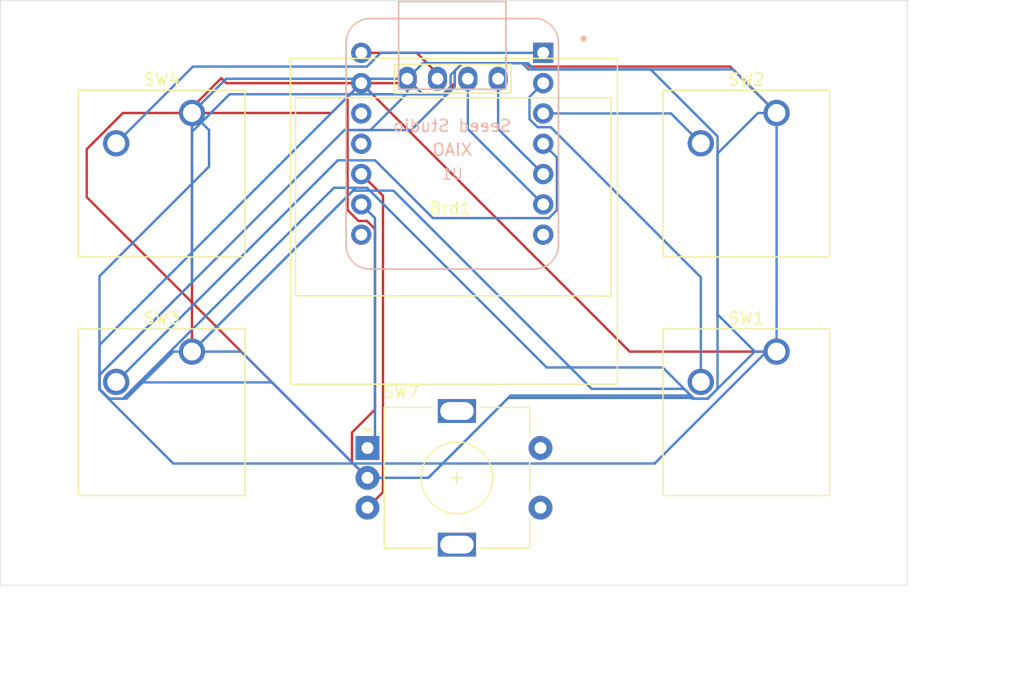
<source format=kicad_pcb>
(kicad_pcb (version 20240108) (generator "pcbnew") (generator_version "8.0")
  (layers (0 "F.Cu" signal) (31 "B.Cu" signal) (34 "B.Paste" user) (35 "F.Paste" user) (36 "B.SilkS" user "B.Silkscreen") (37 "F.SilkS" user "F.Silkscreen") (38 "B.Mask" user) (39 "F.Mask" user) (44 "Edge.Cuts" user))
  (net 0 "")
  (net 1 "SCL")
  (net 2 "SDA")
  (net 3 "GND")
  (net 4 "VCC")
  (net 5 "2")
  (net 6 "3")
  (net 7 "4")
  (net 8 "1")
  (net 9 "A")
  (net 10 "B")
  (footprint "SSD1306:128x64OLED" (layer "F.Cu") (at 75.7 43.15)
    (property "Reference" "Brd1" (at 0 0.254 0) (layer "F.SilkS"))
    (property "Value" "SSD1306")
    (fp_line (start -13.4 -12.3) (end 14 -12.3) (stroke (width 0.12)) (layer "F.SilkS"))
    (fp_line (start -13.4 15) (end -13.4 -12.3) (stroke (width 0.12)) (layer "F.SilkS"))
    (fp_line (start -12.978 -9.005) (end 10.122 -9.005) (stroke (width 0.12)) (layer "F.SilkS"))
    (fp_line (start -12.978 7.595) (end -12.978 -9.005) (stroke (width 0.12)) (layer "F.SilkS"))
    (fp_line (start -4.699 -11.811) (end -4.699 -9.398) (stroke (width 0.12)) (layer "F.SilkS"))
    (fp_line (start -4.699 -11.811) (end 5.08 -11.811) (stroke (width 0.12)) (layer "F.SilkS"))
    (fp_line (start 5.08 -11.811) (end 5.08 -9.398) (stroke (width 0.12)) (layer "F.SilkS"))
    (fp_line (start 5.08 -9.398) (end -4.699 -9.398) (stroke (width 0.12)) (layer "F.SilkS"))
    (fp_line (start 10.122 -9.005) (end 13.208 -9.005) (stroke (width 0.12)) (layer "F.SilkS"))
    (fp_line (start 10.122 7.595) (end -12.978 7.595) (stroke (width 0.12)) (layer "F.SilkS"))
    (fp_line (start 10.122 7.595) (end 13.462 7.62) (stroke (width 0.12)) (layer "F.SilkS"))
    (fp_line (start 13.462 -9.017) (end 13.208 -9.005) (stroke (width 0.12)) (layer "F.SilkS"))
    (fp_line (start 13.462 7.62) (end 13.462 -9.017) (stroke (width 0.12)) (layer "F.SilkS"))
    (fp_line (start 14 -12.3) (end 14 15) (stroke (width 0.12)) (layer "F.SilkS"))
    (fp_line (start 14 15) (end -13.4 15) (stroke (width 0.12)) (layer "F.SilkS"))
    (pad "1" thru_hole oval (at -3.62 -10.6 90) (size 2 1.6) (drill 1) (layers "*.Cu" "*.Mask") (net 3 "GND"))
    (pad "2" thru_hole oval (at -1.08 -10.6 90) (size 2 1.6) (drill 1) (layers "*.Cu" "*.Mask") (net 4 "VCC"))
    (pad "3" thru_hole oval (at 1.46 -10.6 90) (size 2 1.6) (drill 1) (layers "*.Cu" "*.Mask") (net 1 "SCL"))
    (pad "4" thru_hole oval (at 4 -10.6 90) (size 2 1.6) (drill 1) (layers "*.Cu" "*.Mask") (net 2 "SDA"))
  )
  (footprint "Button_Switch_Keyboard:SW_Cherry_MX_1.00u_PCB" (layer "F.Cu") (at 54.04 35.42)
    (property "Reference" "SW4" (at -2.54 -2.794 0) (layer "F.SilkS"))
    (property "Value" "SW_Push")
    (fp_line (start -9.525 -1.905) (end 4.445 -1.905) (stroke (width 0.12)) (layer "F.SilkS"))
    (fp_line (start -9.525 12.065) (end -9.525 -1.905) (stroke (width 0.12)) (layer "F.SilkS"))
    (fp_line (start 4.445 -1.905) (end 4.445 12.065) (stroke (width 0.12)) (layer "F.SilkS"))
    (fp_line (start 4.445 12.065) (end -9.525 12.065) (stroke (width 0.12)) (layer "F.SilkS"))
    (pad "" np_thru_hole circle (at -7.62 5.08) (size 1.7 1.7) (drill 1.7) (layers "*.Cu" "*.Mask"))
    (pad "" np_thru_hole circle (at -2.54 5.08) (size 4 4) (drill 4) (layers "*.Cu" "*.Mask"))
    (pad "" np_thru_hole circle (at 2.54 5.08) (size 1.7 1.7) (drill 1.7) (layers "*.Cu" "*.Mask"))
    (pad "1" thru_hole circle (at 0 0) (size 2.2 2.2) (drill 1.5) (layers "*.Cu" "*.Mask") (net 3 "GND"))
    (pad "2" thru_hole circle (at -6.35 2.54) (size 2.2 2.2) (drill 1.5) (layers "*.Cu" "*.Mask") (net 8 "1"))
  )
  (footprint "Rotary_Encoder:RotaryEncoder_Alps_EC11E-Switch_Vertical_H20mm" (layer "F.Cu") (at 68.75 63.5)
    (property "Reference" "SW7" (at 2.8 -4.7 0) (layer "F.SilkS"))
    (property "Value" "RotaryEncoder")
    (fp_line (start -0.3 -1.6) (end 0.3 -1.6) (stroke (width 0.12)) (layer "F.SilkS"))
    (fp_line (start 0 -1.3) (end -0.3 -1.6) (stroke (width 0.12)) (layer "F.SilkS"))
    (fp_line (start 0.3 -1.6) (end 0 -1.3) (stroke (width 0.12)) (layer "F.SilkS"))
    (fp_line (start 1.4 -3.4) (end 1.4 8.4) (stroke (width 0.12)) (layer "F.SilkS"))
    (fp_line (start 5.5 -3.4) (end 1.4 -3.4) (stroke (width 0.12)) (layer "F.SilkS"))
    (fp_line (start 5.5 8.4) (end 1.4 8.4) (stroke (width 0.12)) (layer "F.SilkS"))
    (fp_line (start 7 2.5) (end 8 2.5) (stroke (width 0.12)) (layer "F.SilkS"))
    (fp_line (start 7.5 2) (end 7.5 3) (stroke (width 0.12)) (layer "F.SilkS"))
    (fp_line (start 9.5 -3.4) (end 13.6 -3.4) (stroke (width 0.12)) (layer "F.SilkS"))
    (fp_line (start 13.6 -3.4) (end 13.6 -1) (stroke (width 0.12)) (layer "F.SilkS"))
    (fp_line (start 13.6 1.2) (end 13.6 3.8) (stroke (width 0.12)) (layer "F.SilkS"))
    (fp_line (start 13.6 6) (end 13.6 8.4) (stroke (width 0.12)) (layer "F.SilkS"))
    (fp_line (start 13.6 8.4) (end 9.5 8.4) (stroke (width 0.12)) (layer "F.SilkS"))
    (fp_circle (center 7.5 2.5) (end 10.5 2.5) (stroke (width 0.12)) (fill none) (layer "F.SilkS"))
    (pad "A" thru_hole rect (at 0 0) (size 2 2) (drill 1) (layers "*.Cu" "*.Mask") (net 9 "A"))
    (pad "B" thru_hole circle (at 0 5) (size 2 2) (drill 1) (layers "*.Cu" "*.Mask") (net 10 "B"))
    (pad "C" thru_hole circle (at 0 2.5) (size 2 2) (drill 1) (layers "*.Cu" "*.Mask") (net 3 "GND"))
    (pad "MP" thru_hole rect (at 7.5 -3.1) (size 3.2 2) (drill oval 2.8 1.5) (layers "*.Cu" "*.Mask"))
    (pad "MP" thru_hole rect (at 7.5 8.1) (size 3.2 2) (drill oval 2.8 1.5) (layers "*.Cu" "*.Mask"))
    (pad "S1" thru_hole circle (at 14.5 5) (size 2 2) (drill 1) (layers "*.Cu" "*.Mask"))
    (pad "S2" thru_hole circle (at 14.5 0) (size 2 2) (drill 1) (layers "*.Cu" "*.Mask"))
  )
  (footprint "Button_Switch_Keyboard:SW_Cherry_MX_1.00u_PCB" (layer "F.Cu") (at 103.04 55.42)
    (property "Reference" "SW1" (at -2.54 -2.794 0) (layer "F.SilkS"))
    (property "Value" "SW_Push")
    (fp_line (start -9.525 -1.905) (end 4.445 -1.905) (stroke (width 0.12)) (layer "F.SilkS"))
    (fp_line (start -9.525 12.065) (end -9.525 -1.905) (stroke (width 0.12)) (layer "F.SilkS"))
    (fp_line (start 4.445 -1.905) (end 4.445 12.065) (stroke (width 0.12)) (layer "F.SilkS"))
    (fp_line (start 4.445 12.065) (end -9.525 12.065) (stroke (width 0.12)) (layer "F.SilkS"))
    (pad "" np_thru_hole circle (at -7.62 5.08) (size 1.7 1.7) (drill 1.7) (layers "*.Cu" "*.Mask"))
    (pad "" np_thru_hole circle (at -2.54 5.08) (size 4 4) (drill 4) (layers "*.Cu" "*.Mask"))
    (pad "" np_thru_hole circle (at 2.54 5.08) (size 1.7 1.7) (drill 1.7) (layers "*.Cu" "*.Mask"))
    (pad "1" thru_hole circle (at 0 0) (size 2.2 2.2) (drill 1.5) (layers "*.Cu" "*.Mask") (net 3 "GND"))
    (pad "2" thru_hole circle (at -6.35 2.54) (size 2.2 2.2) (drill 1.5) (layers "*.Cu" "*.Mask") (net 5 "2"))
  )
  (footprint "Button_Switch_Keyboard:SW_Cherry_MX_1.00u_PCB" (layer "F.Cu") (at 103.04 35.42)
    (property "Reference" "SW2" (at -2.54 -2.794 0) (layer "F.SilkS"))
    (property "Value" "SW_Push")
    (fp_line (start -9.525 -1.905) (end 4.445 -1.905) (stroke (width 0.12)) (layer "F.SilkS"))
    (fp_line (start -9.525 12.065) (end -9.525 -1.905) (stroke (width 0.12)) (layer "F.SilkS"))
    (fp_line (start 4.445 -1.905) (end 4.445 12.065) (stroke (width 0.12)) (layer "F.SilkS"))
    (fp_line (start 4.445 12.065) (end -9.525 12.065) (stroke (width 0.12)) (layer "F.SilkS"))
    (pad "" np_thru_hole circle (at -7.62 5.08) (size 1.7 1.7) (drill 1.7) (layers "*.Cu" "*.Mask"))
    (pad "" np_thru_hole circle (at -2.54 5.08) (size 4 4) (drill 4) (layers "*.Cu" "*.Mask"))
    (pad "" np_thru_hole circle (at 2.54 5.08) (size 1.7 1.7) (drill 1.7) (layers "*.Cu" "*.Mask"))
    (pad "1" thru_hole circle (at 0 0) (size 2.2 2.2) (drill 1.5) (layers "*.Cu" "*.Mask") (net 3 "GND"))
    (pad "2" thru_hole circle (at -6.35 2.54) (size 2.2 2.2) (drill 1.5) (layers "*.Cu" "*.Mask") (net 6 "3"))
  )
  (footprint "Button_Switch_Keyboard:SW_Cherry_MX_1.00u_PCB" (layer "F.Cu") (at 54.04 55.42)
    (property "Reference" "SW3" (at -2.54 -2.794 0) (layer "F.SilkS"))
    (property "Value" "SW_Push")
    (fp_line (start -9.525 -1.905) (end 4.445 -1.905) (stroke (width 0.12)) (layer "F.SilkS"))
    (fp_line (start -9.525 12.065) (end -9.525 -1.905) (stroke (width 0.12)) (layer "F.SilkS"))
    (fp_line (start 4.445 -1.905) (end 4.445 12.065) (stroke (width 0.12)) (layer "F.SilkS"))
    (fp_line (start 4.445 12.065) (end -9.525 12.065) (stroke (width 0.12)) (layer "F.SilkS"))
    (pad "" np_thru_hole circle (at -7.62 5.08) (size 1.7 1.7) (drill 1.7) (layers "*.Cu" "*.Mask"))
    (pad "" np_thru_hole circle (at -2.54 5.08) (size 4 4) (drill 4) (layers "*.Cu" "*.Mask"))
    (pad "" np_thru_hole circle (at 2.54 5.08) (size 1.7 1.7) (drill 1.7) (layers "*.Cu" "*.Mask"))
    (pad "1" thru_hole circle (at 0 0) (size 2.2 2.2) (drill 1.5) (layers "*.Cu" "*.Mask") (net 3 "GND"))
    (pad "2" thru_hole circle (at -6.35 2.54) (size 2.2 2.2) (drill 1.5) (layers "*.Cu" "*.Mask") (net 7 "4"))
  )
  (footprint "Seeed Studio XIAO Series Library:XIAO-Generic-Thruhole-14P-2.54-21X17.8MM" (layer "B.Cu") (at 75.85475 38 180)
    (property "Reference" "U1" (at 0 -2.54 0) (layer "B.SilkS") (effects (font (size 0.889 0.889) (thickness 0.1016)) (justify mirror)))
    (property "Value" "Seeed Studio XIAO SAMD21" (hide yes))
    (fp_line (start 8.9 8.5) (end 8.9 -8.5) (stroke (width 0.127)) (layer "B.SilkS"))
    (fp_line (start 6.9 -10.5) (end -6.9 -10.5) (stroke (width 0.127)) (layer "B.SilkS"))
    (fp_line (start 4.5 11.92403) (end -4.5 11.92403) (stroke (width 0.127)) (layer "B.SilkS"))
    (fp_line (start 4.5 4.57073) (end 4.5 11.92403) (stroke (width 0.127)) (layer "B.SilkS"))
    (fp_line (start -4.5 11.92403) (end -4.5 4.57073) (stroke (width 0.127)) (layer "B.SilkS"))
    (fp_line (start -4.5 4.57073) (end 4.5 4.57073) (stroke (width 0.127)) (layer "B.SilkS"))
    (fp_line (start -6.9 10.49909) (end 6.9 10.49909) (stroke (width 0.127)) (layer "B.SilkS"))
    (fp_line (start -8.9 -8.5) (end -8.9 8.5) (stroke (width 0.127)) (layer "B.SilkS"))
    (fp_arc (start 8.9 8.5) (mid 8.301492 9.901492) (end 6.9 10.5) (stroke (width 0.12)) (layer "B.SilkS"))
    (fp_arc (start 6.9 -10.5) (mid 8.314214 -9.914214) (end 8.9 -8.5) (stroke (width 0.12)) (layer "B.SilkS"))
    (fp_arc (start -6.9 10.5) (mid -8.301491 9.901491) (end -8.9 8.5) (stroke (width 0.12)) (layer "B.SilkS"))
    (fp_arc (start -8.9 -8.5) (mid -8.301423 -9.901423) (end -6.9 -10.5) (stroke (width 0.12)) (layer "B.SilkS"))
    (fp_circle (center -11 8.8) (end -11 9.054) (fill solid) (layer "B.SilkS"))
    (fp_poly (pts (xy -8.887715 8.561705) (xy -8.884667 8.610473) (xy -8.880603 8.659494)) (stroke (width 0.0254)) (fill none) (layer "B.SilkS"))
    (fp_poly (pts (xy 8.889492 -8.521574) (xy 8.887713 -8.57085) (xy 8.884665 -8.619618) (xy 8.880601 -8.668639) (xy 8.875268 -8.717407) (xy 8.868664 -8.766175) (xy 8.861044 -8.81469) (xy 8.852153 -8.86295) (xy 8.842248 -8.910955)) (stroke (width 0.0254)) (fill none) (layer "B.SilkS"))
    (fp_text user "XIAO" (at 0 -0.5 0) (layer "B.SilkS") (effects (justify mirror)))
    (fp_text user "Seeed Studio" (at 0 1.5 0) (layer "B.SilkS") (effects (justify mirror)))
    (pad "1" thru_hole rect (at -7.625 7.62 180) (size 1.7 1.7) (drill 1) (layers "*.Cu" "*.Mask") (net 8 "1"))
    (pad "2" thru_hole circle (at -7.625 5.08 180) (size 1.7 1.7) (drill 1) (layers "*.Cu" "*.Mask") (net 5 "2"))
    (pad "3" thru_hole circle (at -7.625 2.54 180) (size 1.7 1.7) (drill 1) (layers "*.Cu" "*.Mask") (net 6 "3"))
    (pad "4" thru_hole circle (at -7.625 0 180) (size 1.7 1.7) (drill 1) (layers "*.Cu" "*.Mask") (net 7 "4"))
    (pad "5" thru_hole circle (at -7.625 -2.54 180) (size 1.7 1.7) (drill 1) (layers "*.Cu" "*.Mask") (net 2 "SDA"))
    (pad "6" thru_hole circle (at -7.625 -5.08) (size 1.7 1.7) (drill 1) (layers "*.Cu" "*.Mask") (net 1 "SCL"))
    (pad "7" thru_hole circle (at -7.625 -7.62 180) (size 1.7 1.7) (drill 1) (layers "*.Cu" "*.Mask"))
    (pad "8" thru_hole circle (at 7.625 -7.62 180) (size 1.7 1.7) (drill 1) (layers "*.Cu" "*.Mask"))
    (pad "9" thru_hole circle (at 7.625 -5.08 180) (size 1.7 1.7) (drill 1) (layers "*.Cu" "*.Mask") (net 9 "A"))
    (pad "10" thru_hole circle (at 7.625 -2.54 180) (size 1.7 1.7) (drill 1) (layers "*.Cu" "*.Mask") (net 10 "B"))
    (pad "11" thru_hole circle (at 7.625 0 180) (size 1.7 1.7) (drill 1) (layers "*.Cu" "*.Mask"))
    (pad "12" thru_hole circle (at 7.625 2.54 180) (size 1.7 1.7) (drill 1) (layers "*.Cu" "*.Mask"))
    (pad "13" thru_hole circle (at 7.625 5.08 180) (size 1.7 1.7) (drill 1) (layers "*.Cu" "*.Mask") (net 3 "GND"))
    (pad "14" thru_hole circle (at 7.625 7.62 180) (size 1.7 1.7) (drill 1) (layers "*.Cu" "*.Mask") (net 4 "VCC"))
  )
  (gr_rect (start 38 26) (end 114 75) (stroke (width 0.05)) (fill none) (layer "Edge.Cuts"))
  (segment (start 83.47975 43.08) (end 77.16 36.76025) (width 0.2) (layer "B.Cu") (net 1))
  (segment (start 77.16 36.76025) (end 77.16 32.55) (width 0.2) (layer "B.Cu") (net 1))
  (segment (start 83.47975 40.54) (end 79.7 36.76025) (width 0.2) (layer "B.Cu") (net 2))
  (segment (start 79.7 36.76025) (end 79.7 32.55) (width 0.2) (layer "B.Cu") (net 2))
  (segment (start 45.22 42.47) (end 68.75 66) (width 0.2) (layer "F.Cu") (net 3))
  (segment (start 76.06 31.894365) (end 76.704365 31.25) (width 0.2) (layer "F.Cu") (net 3))
  (segment (start 67.07975 34.07) (end 67.07975 43.556346) (width 0.2) (layer "F.Cu") (net 3))
  (segment (start 76.704365 31.25) (end 82.04975 31.25) (width 0.2) (layer "F.Cu") (net 3))
  (segment (start 56.5 32.5) (end 54.04 34.96) (width 0.2) (layer "F.Cu") (net 3))
  (segment (start 68.706096 44.47) (end 69.37975 45.143654) (width 0.2) (layer "F.Cu") (net 3))
  (segment (start 82.04975 31.25) (end 82.32975 31.53) (width 0.2) (layer "F.Cu") (net 3))
  (segment (start 48.250101 35.42) (end 45.22 38.450101) (width 0.2) (layer "F.Cu") (net 3))
  (segment (start 68.22975 32.92) (end 56.92 32.92) (width 0.2) (layer "F.Cu") (net 3))
  (segment (start 68.22975 32.92) (end 65.72975 35.42) (width 0.2) (layer "F.Cu") (net 3))
  (segment (start 45.22 38.450101) (end 45.22 42.47) (width 0.2) (layer "F.Cu") (net 3))
  (segment (start 68.22975 32.92) (end 67.07975 34.07) (width 0.2) (layer "F.Cu") (net 3))
  (segment (start 67.45 64.7) (end 68.75 66) (width 0.2) (layer "F.Cu") (net 3))
  (segment (start 75.13 33.85) (end 76.06 32.92) (width 0.2) (layer "F.Cu") (net 3))
  (segment (start 67.07975 43.556346) (end 67.993404 44.47) (width 0.2) (layer "F.Cu") (net 3))
  (segment (start 69.15975 33.85) (end 75.13 33.85) (width 0.2) (layer "F.Cu") (net 3))
  (segment (start 68.22975 32.92) (end 69.15975 33.85) (width 0.2) (layer "F.Cu") (net 3))
  (segment (start 69.37975 45.143654) (end 69.37975 60.27025) (width 0.2) (layer "F.Cu") (net 3))
  (segment (start 82.32975 31.53) (end 99.15 31.53) (width 0.2) (layer "F.Cu") (net 3))
  (segment (start 67.45 62.2) (end 67.45 64.7) (width 0.2) (layer "F.Cu") (net 3))
  (segment (start 56.92 32.92) (end 56.5 32.5) (width 0.2) (layer "F.Cu") (net 3))
  (segment (start 67.993404 44.47) (end 68.706096 44.47) (width 0.2) (layer "F.Cu") (net 3))
  (segment (start 65.72975 35.42) (end 54.04 35.42) (width 0.2) (layer "F.Cu") (net 3))
  (segment (start 71.71 32.92) (end 72.08 32.55) (width 0.2) (layer "F.Cu") (net 3))
  (segment (start 99.15 31.53) (end 103.04 35.42) (width 0.2) (layer "F.Cu") (net 3))
  (segment (start 54.04 35.42) (end 48.250101 35.42) (width 0.2) (layer "F.Cu") (net 3))
  (segment (start 54.04 34.96) (end 54.04 55.42) (width 0.2) (layer "F.Cu") (net 3))
  (segment (start 68.22975 32.92) (end 71.71 32.92) (width 0.2) (layer "F.Cu") (net 3))
  (segment (start 69.37975 60.27025) (end 67.45 62.2) (width 0.2) (layer "F.Cu") (net 3))
  (segment (start 76.06 32.92) (end 76.06 31.894365) (width 0.2) (layer "F.Cu") (net 3))
  (segment (start 68.22975 32.92) (end 90.72975 55.42) (width 0.2) (layer "F.Cu") (net 3))
  (segment (start 90.72975 55.42) (end 103.04 55.42) (width 0.2) (layer "F.Cu") (net 3))
  (segment (start 101.209899 55.42) (end 97.269899 59.36) (width 0.2) (layer "B.Cu") (net 3))
  (segment (start 82.235635 31.77) (end 81.715635 31.25) (width 0.2) (layer "B.Cu") (net 3))
  (segment (start 99.39 31.77) (end 82.73 31.77) (width 0.2) (layer "B.Cu") (net 3))
  (segment (start 54.04 35.42) (end 56.91 32.55) (width 0.2) (layer "B.Cu") (net 3))
  (segment (start 83.765995 56.749899) (end 68.706096 41.69) (width 0.2) (layer "B.Cu") (net 3))
  (segment (start 54.04 55.42) (end 58.17 55.42) (width 0.2) (layer "B.Cu") (net 3))
  (segment (start 76.06 31.894365) (end 76.06 33.205636) (width 0.2) (layer "B.Cu") (net 3))
  (segment (start 46.29 49.092944) (end 46.29 58.539899) (width 0.2) (layer "B.Cu") (net 3))
  (segment (start 96.110101 59.36) (end 95.850101 59.1) (width 0.2) (layer "B.Cu") (net 3))
  (segment (start 46.29 54.85975) (end 68.22975 32.92) (width 0.2) (layer "B.Cu") (net 3))
  (segment (start 97.269899 59.36) (end 96.110101 59.36) (width 0.2) (layer "B.Cu") (net 3))
  (segment (start 103.04 35.42) (end 101.484366 35.42) (width 0.2) (layer "B.Cu") (net 3))
  (segment (start 60.75 58) (end 68.75 66) (width 0.2) (layer "B.Cu") (net 3))
  (segment (start 92.479899 31.77) (end 82.235635 31.77) (width 0.2) (layer "B.Cu") (net 3))
  (segment (start 101.484366 35.42) (end 98.09 38.814366) (width 0.2) (layer "B.Cu") (net 3))
  (segment (start 95.850101 59.1) (end 80.75 59.1) (width 0.2) (layer "B.Cu") (net 3))
  (segment (start 97.269899 59.36) (end 95.977056 59.36) (width 0.2) (layer "B.Cu") (net 3))
  (segment (start 54.04 55.42) (end 67.77 41.69) (width 0.2) (layer "B.Cu") (net 3))
  (segment (start 54.04 37) (end 57.19 33.85) (width 0.2) (layer "B.Cu") (net 3))
  (segment (start 47.110101 59.36) (end 48.544366 59.36) (width 0.2) (layer "B.Cu") (net 3))
  (segment (start 76.06 33.205636) (end 75.415636 33.85) (width 0.2) (layer "B.Cu") (net 3))
  (segment (start 73.38 33.85) (end 72.08 32.55) (width 0.2) (layer "B.Cu") (net 3))
  (segment (start 55.47 36.85) (end 55.47 39.912944) (width 0.2) (layer "B.Cu") (net 3))
  (segment (start 48.544366 59.36) (end 52.484366 55.42) (width 0.2) (layer "B.Cu") (net 3))
  (segment (start 82.21 31.25) (end 76.704365 31.25) (width 0.2) (layer "B.Cu") (net 3))
  (segment (start 54.04 35.42) (end 55.47 36.85) (width 0.2) (layer "B.Cu") (net 3))
  (segment (start 81.715635 31.25) (end 73.38 31.25) (width 0.2) (layer "B.Cu") (net 3))
  (segment (start 66.820101 36.85) (end 72.415635 36.85) (width 0.2) (layer "B.Cu") (net 3))
  (segment (start 76.06 33.205635) (end 76.06 31.894365) (width 0.2) (layer "B.Cu") (net 3))
  (segment (start 72.08 33.77) (end 72.08 32.55) (width 0.2) (layer "B.Cu") (net 3))
  (segment (start 87.539899 58.539899) (end 95.29 58.539899) (width 0.2) (layer "B.Cu") (net 3))
  (segment (start 54.04 49.630101) (end 46.29 57.380101) (width 0.2) (layer "B.Cu") (net 3))
  (segment (start 46.29 58.539899) (end 46.29 57.380101) (width 0.2) (layer "B.Cu") (net 3))
  (segment (start 48.269899 59.36) (end 49.629899 58) (width 0.2) (layer "B.Cu") (net 3))
  (segment (start 75.415635 33.85) (end 76.06 33.205635) (width 0.2) (layer "B.Cu") (net 3))
  (segment (start 76.704365 31.25) (end 76.06 31.894365) (width 0.2) (layer "B.Cu") (net 3))
  (segment (start 54.04 35.42) (end 54.04 37) (width 0.2) (layer "B.Cu") (net 3))
  (segment (start 55.47 39.912944) (end 46.29 49.092944) (width 0.2) (layer "B.Cu") (net 3))
  (segment (start 102.197056 55.42) (end 103.04 55.42) (width 0.2) (layer "B.Cu") (net 3))
  (segment (start 75.72 32.234365) (end 75.72 33.205635) (width 0.2) (layer "B.Cu") (net 3))
  (segment (start 47.110101 59.36) (end 46.29 58.539899) (width 0.2) (layer "B.Cu") (net 3))
  (segment (start 103.04 35.42) (end 99.39 31.77) (width 0.2) (layer "B.Cu") (net 3))
  (segment (start 67.77 41.69) (end 65.939899 41.69) (width 0.2) (layer "B.Cu") (net 3))
  (segment (start 70.93 41.93) (end 87.539899 58.539899) (width 0.2) (layer "B.Cu") (net 3))
  (segment (start 46.29 58.613402) (end 52.476598 64.8) (width 0.2) (layer "B.Cu") (net 3))
  (segment (start 52.476598 64.8) (end 92.817056 64.8) (width 0.2) (layer "B.Cu") (net 3))
  (segment (start 54.04 55.42) (end 67.53 41.93) (width 0.2) (layer "B.Cu") (net 3))
  (segment (start 58.17 55.42) (end 68.75 66) (width 0.2) (layer "B.Cu") (net 3))
  (segment (start 69 36.85) (end 72.08 33.77) (width 0.2) (layer "B.Cu") (net 3))
  (segment (start 49.629899 58) (end 60.75 58) (width 0.2) (layer "B.Cu") (net 3))
  (segment (start 80.75 59.1) (end 73.85 66) (width 0.2) (layer "B.Cu") (net 3))
  (segment (start 48.269899 59.36) (end 47.110101 59.36) (width 0.2) (layer "B.Cu") (net 3))
  (segment (start 56.91 32.55) (end 72.08 32.55) (width 0.2) (layer "B.Cu") (net 3))
  (segment (start 95.917056 59.3) (end 80.55 59.3) (width 0.2) (layer "B.Cu") (net 3))
  (segment (start 98.09 52.300101) (end 98.09 37.380101) (width 0.2) (layer "B.Cu") (net 3))
  (segment (start 75.075635 33.85) (end 69.15975 33.85) (width 0.2) (layer "B.Cu") (net 3))
  (segment (start 75.415636 33.85) (end 73.38 33.85) (width 0.2) (layer "B.Cu") (net 3))
  (segment (start 103.04 55.42) (end 103.04 35.42) (width 0.2) (layer "B.Cu") (net 3))
  (segment (start 65.939899 41.69) (end 48.269899 59.36) (width 0.2) (layer "B.Cu") (net 3))
  (segment (start 67.53 41.93) (end 70.93 41.93) (width 0.2) (layer "B.Cu") (net 3))
  (segment (start 98.09 58.539899) (end 97.269899 59.36) (width 0.2) (layer "B.Cu") (net 3))
  (segment (start 95.977056 59.36) (end 95.917056 59.3) (width 0.2) (layer "B.Cu") (net 3))
  (segment (start 68.706096 41.69) (end 65.939899 41.69) (width 0.2) (layer "B.Cu") (net 3))
  (segment (start 46.29 58.539899) (end 46.29 54.85975) (width 0.2) (layer "B.Cu") (net 3))
  (segment (start 54.04 37) (end 54.04 49.630101) (width 0.2) (layer "B.Cu") (net 3))
  (segment (start 66.820101 36.85) (end 69 36.85) (width 0.2) (layer "B.Cu") (net 3))
  (segment (start 46.29 57.380101) (end 66.820101 36.85) (width 0.2) (layer "B.Cu") (net 3))
  (segment (start 57.19 33.85) (end 75.415635 33.85) (width 0.2) (layer "B.Cu") (net 3))
  (segment (start 46.29 57.380101) (end 46.29 58.613402) (width 0.2) (layer "B.Cu") (net 3))
  (segment (start 76.704365 31.25) (end 75.72 32.234365) (width 0.2) (layer "B.Cu") (net 3))
  (segment (start 96.110101 59.36) (end 93.5 56.749899) (width 0.2) (layer "B.Cu") (net 3))
  (segment (start 101.209899 55.42) (end 98.09 52.300101) (width 0.2) (layer "B.Cu") (net 3))
  (segment (start 82.73 31.77) (end 82.21 31.25) (width 0.2) (layer "B.Cu") (net 3))
  (segment (start 103.04 55.42) (end 101.209899 55.42) (width 0.2) (layer "B.Cu") (net 3))
  (segment (start 98.09 37.380101) (end 92.479899 31.77) (width 0.2) (layer "B.Cu") (net 3))
  (segment (start 95.29 58.539899) (end 96.110101 59.36) (width 0.2) (layer "B.Cu") (net 3))
  (segment (start 73.38 31.25) (end 72.08 32.55) (width 0.2) (layer "B.Cu") (net 3))
  (segment (start 75.72 33.205635) (end 75.075635 33.85) (width 0.2) (layer "B.Cu") (net 3))
  (segment (start 69.15975 33.85) (end 68.22975 32.92) (width 0.2) (layer "B.Cu") (net 3))
  (segment (start 80.55 59.3) (end 73.85 66) (width 0.2) (layer "B.Cu") (net 3))
  (segment (start 92.817056 64.8) (end 102.197056 55.42) (width 0.2) (layer "B.Cu") (net 3))
  (segment (start 72.415635 36.85) (end 76.06 33.205635) (width 0.2) (layer "B.Cu") (net 3))
  (segment (start 73.85 66) (end 68.75 66) (width 0.2) (layer "B.Cu") (net 3))
  (segment (start 52.484366 55.42) (end 54.04 55.42) (width 0.2) (layer "B.Cu") (net 3))
  (segment (start 98.09 38.814366) (end 98.09 58.539899) (width 0.2) (layer "B.Cu") (net 3))
  (segment (start 93.5 56.749899) (end 83.765995 56.749899) (width 0.2) (layer "B.Cu") (net 3))
  (segment (start 72.88 30.38) (end 74.62 32.12) (width 0.2) (layer "F.Cu") (net 4))
  (segment (start 74.62 32.12) (end 74.62 32.55) (width 0.2) (layer "F.Cu") (net 4))
  (segment (start 68.22975 30.38) (end 72.88 30.38) (width 0.2) (layer "F.Cu") (net 4))
  (segment (start 82.32975 35.936346) (end 83.003404 36.61) (width 0.2) (layer "B.Cu") (net 5))
  (segment (start 82.32975 34.07) (end 82.32975 35.936346) (width 0.2) (layer "B.Cu") (net 5))
  (segment (start 83.47975 32.92) (end 82.32975 34.07) (width 0.2) (layer "B.Cu") (net 5))
  (segment (start 83.003404 36.61) (end 84.11 36.61) (width 0.2) (layer "B.Cu") (net 5))
  (segment (start 96.69 49.19) (end 96.69 57.96) (width 0.2) (layer "B.Cu") (net 5))
  (segment (start 84.11 36.61) (end 96.69 49.19) (width 0.2) (layer "B.Cu") (net 5))
  (segment (start 94.19 35.46) (end 96.69 37.96) (width 0.2) (layer "B.Cu") (net 6))
  (segment (start 83.47975 35.46) (end 94.19 35.46) (width 0.2) (layer "B.Cu") (net 6))
  (segment (start 83.47975 38) (end 84.62975 39.15) (width 0.2) (layer "B.Cu") (net 7))
  (segment (start 84.62975 39.15) (end 84.62975 43.556346) (width 0.2) (layer "B.Cu") (net 7))
  (segment (start 69.39 39.39) (end 66.26 39.39) (width 0.2) (layer "B.Cu") (net 7))
  (segment (start 83.956096 44.23) (end 74.23 44.23) (width 0.2) (layer "B.Cu") (net 7))
  (segment (start 74.23 44.23) (end 69.39 39.39) (width 0.2) (layer "B.Cu") (net 7))
  (segment (start 84.62975 43.556346) (end 83.956096 44.23) (width 0.2) (layer "B.Cu") (net 7))
  (segment (start 66.26 39.39) (end 47.69 57.96) (width 0.2) (layer "B.Cu") (net 7))
  (segment (start 69.856096 30.38) (end 68.706096 31.53) (width 0.2) (layer "B.Cu") (net 8))
  (segment (start 68.706096 31.53) (end 54.12 31.53) (width 0.2) (layer "B.Cu") (net 8))
  (segment (start 54.12 31.53) (end 47.69 37.96) (width 0.2) (layer "B.Cu") (net 8))
  (segment (start 83.47975 30.38) (end 69.856096 30.38) (width 0.2) (layer "B.Cu") (net 8))
  (segment (start 69.37975 62.87025) (end 68.75 63.5) (width 0.2) (layer "B.Cu") (net 9))
  (segment (start 68.22975 43.08) (end 69.37975 44.23) (width 0.2) (layer "B.Cu") (net 9))
  (segment (start 69.37975 44.23) (end 69.37975 62.87025) (width 0.2) (layer "B.Cu") (net 9))
  (segment (start 68.22975 40.54) (end 70.05 42.36025) (width 0.2) (layer "F.Cu") (net 10))
  (segment (start 70.05 67.2) (end 68.75 68.5) (width 0.2) (layer "F.Cu") (net 10))
  (segment (start 70.05 42.36025) (end 70.05 67.2) (width 0.2) (layer "F.Cu") (net 10))
)
</source>
